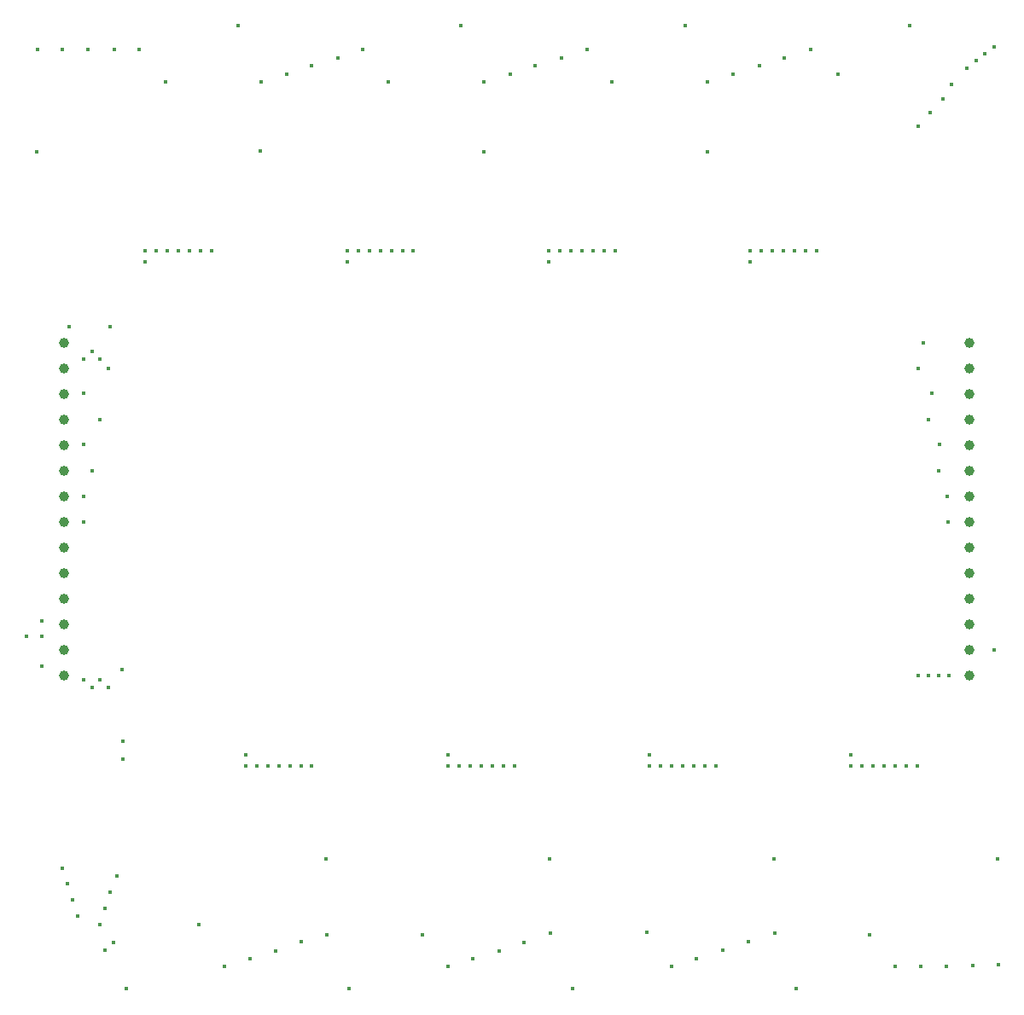
<source format=gbr>
%TF.GenerationSoftware,KiCad,Pcbnew,(6.0.5)*%
%TF.CreationDate,2022-10-16T21:39:44+03:00*%
%TF.ProjectId,LED_MATRIX,4c45445f-4d41-4545-9249-582e6b696361,rev?*%
%TF.SameCoordinates,Original*%
%TF.FileFunction,Plated,1,2,PTH,Drill*%
%TF.FilePolarity,Positive*%
%FSLAX46Y46*%
G04 Gerber Fmt 4.6, Leading zero omitted, Abs format (unit mm)*
G04 Created by KiCad (PCBNEW (6.0.5)) date 2022-10-16 21:39:44*
%MOMM*%
%LPD*%
G01*
G04 APERTURE LIST*
%TA.AperFunction,ViaDrill*%
%ADD10C,0.400000*%
%TD*%
%TA.AperFunction,ComponentDrill*%
%ADD11C,1.000000*%
%TD*%
G04 APERTURE END LIST*
D10*
X57760000Y-100170000D03*
X58760000Y-52070000D03*
X58860000Y-41970000D03*
X59260000Y-98670000D03*
X59260000Y-100170000D03*
X59260000Y-103170000D03*
X61360000Y-41970000D03*
X61360000Y-123170000D03*
X61860000Y-124770000D03*
X61960000Y-69470000D03*
X62360000Y-126370000D03*
X62860000Y-127970000D03*
X63460000Y-72670000D03*
X63460000Y-76070000D03*
X63460000Y-81170000D03*
X63460000Y-86270000D03*
X63460000Y-88870000D03*
X63460000Y-104470000D03*
X63860000Y-41970000D03*
X64260000Y-71870000D03*
X64260000Y-83770000D03*
X64260000Y-105270000D03*
X65030000Y-128790000D03*
X65060000Y-72670000D03*
X65060000Y-78670000D03*
X65060000Y-104470000D03*
X65520000Y-127170000D03*
X65560000Y-131370000D03*
X65860000Y-73570000D03*
X65860000Y-105270000D03*
X66060000Y-69470000D03*
X66070000Y-125610000D03*
X66360000Y-130540000D03*
X66460000Y-41970000D03*
X66700000Y-123960000D03*
X67260000Y-103470000D03*
X67360000Y-110570000D03*
X67360000Y-112370000D03*
X67660000Y-135170000D03*
X68960000Y-41970000D03*
X69560000Y-61870000D03*
X69560000Y-62970000D03*
X70660000Y-61870000D03*
X71560000Y-45170000D03*
X71760000Y-61870000D03*
X72860000Y-61870000D03*
X73960000Y-61870000D03*
X74830000Y-128810000D03*
X75060000Y-61870000D03*
X76160000Y-61870000D03*
X77400000Y-132970000D03*
X78760000Y-39570000D03*
X79560000Y-111970000D03*
X79560000Y-113070000D03*
X79960000Y-132170000D03*
X80660000Y-113070000D03*
X80960000Y-51970000D03*
X81060000Y-45170000D03*
X81760000Y-113070000D03*
X82510000Y-131380000D03*
X82860000Y-113070000D03*
X83560000Y-44370000D03*
X83960000Y-113070000D03*
X85060000Y-113070000D03*
X85060000Y-130530000D03*
X86060000Y-43570000D03*
X86060000Y-113070000D03*
X87460000Y-122310000D03*
X87550000Y-129790000D03*
X88660000Y-42770000D03*
X89560000Y-61870000D03*
X89560000Y-62970000D03*
X89760000Y-135170000D03*
X90660000Y-61870000D03*
X91160000Y-41970000D03*
X91760000Y-61870000D03*
X92860000Y-61870000D03*
X93660000Y-45170000D03*
X93960000Y-61870000D03*
X95060000Y-61870000D03*
X96160000Y-61870000D03*
X97090000Y-129810000D03*
X99560000Y-111970000D03*
X99560000Y-113070000D03*
X99570000Y-132960000D03*
X100660000Y-113070000D03*
X100860000Y-39570000D03*
X101760000Y-113070000D03*
X102010000Y-132180000D03*
X102860000Y-113070000D03*
X103160000Y-45170000D03*
X103160000Y-52070000D03*
X103960000Y-113070000D03*
X104640000Y-131400000D03*
X105060000Y-113070000D03*
X105760000Y-44370000D03*
X106160000Y-113070000D03*
X107160000Y-130540000D03*
X108260000Y-43570000D03*
X109560000Y-61870000D03*
X109560000Y-62970000D03*
X109660000Y-122310000D03*
X109770000Y-129630000D03*
X110660000Y-61870000D03*
X110860000Y-42770000D03*
X111760000Y-61870000D03*
X111960000Y-135170000D03*
X112860000Y-61870000D03*
X113360000Y-41970000D03*
X113960000Y-61870000D03*
X115060000Y-61870000D03*
X115860000Y-45170000D03*
X116160000Y-61870000D03*
X119280000Y-129520000D03*
X119560000Y-111970000D03*
X119560000Y-113070000D03*
X120660000Y-113070000D03*
X121760000Y-113070000D03*
X121810000Y-132970000D03*
X122860000Y-113070000D03*
X123160000Y-39570000D03*
X123960000Y-113070000D03*
X124230000Y-132170000D03*
X125060000Y-113070000D03*
X125360000Y-45170000D03*
X125360000Y-52070000D03*
X126160000Y-113070000D03*
X126880000Y-131360000D03*
X127860000Y-44370000D03*
X129420000Y-130530000D03*
X129560000Y-61870000D03*
X129560000Y-62970000D03*
X130460000Y-43570000D03*
X130660000Y-61870000D03*
X131760000Y-61870000D03*
X131910000Y-122310000D03*
X131980000Y-129640000D03*
X132860000Y-61870000D03*
X132960000Y-42770000D03*
X133960000Y-61870000D03*
X134160000Y-135170000D03*
X135060000Y-61870000D03*
X135560000Y-41970000D03*
X136160000Y-61870000D03*
X138240000Y-44410000D03*
X139560000Y-111970000D03*
X139560000Y-113070000D03*
X140660000Y-113070000D03*
X141450000Y-129810000D03*
X141760000Y-113070000D03*
X142860000Y-113070000D03*
X143960000Y-113070000D03*
X143980000Y-132980000D03*
X145060000Y-113070000D03*
X145360000Y-39570000D03*
X146160000Y-113070000D03*
X146260000Y-49570000D03*
X146260000Y-73570000D03*
X146260000Y-104070000D03*
X146530000Y-132920000D03*
X146760000Y-71070000D03*
X147260000Y-78650000D03*
X147260000Y-104070000D03*
X147460000Y-48170000D03*
X147560000Y-76070000D03*
X148260000Y-83770000D03*
X148260000Y-104070000D03*
X148360000Y-81170000D03*
X148660000Y-46870000D03*
X149070000Y-132920000D03*
X149160000Y-86270000D03*
X149230000Y-88830000D03*
X149260000Y-104070000D03*
X149560000Y-45370000D03*
X151060000Y-43770000D03*
X151620000Y-132840000D03*
X151960000Y-43070000D03*
X152860000Y-42370000D03*
X153750000Y-101530000D03*
X153760000Y-41670000D03*
X154150000Y-122310000D03*
X154160000Y-132770000D03*
D11*
%TO.C,REF\u002A\u002A*%
X61460000Y-71066275D03*
X61460000Y-73606275D03*
X61460000Y-76146275D03*
X61460000Y-78686275D03*
X61460000Y-81226275D03*
X61460000Y-83766275D03*
X61460000Y-86306275D03*
X61460000Y-88846275D03*
X61460000Y-91386275D03*
X61460000Y-93926275D03*
X61460000Y-96466275D03*
X61460000Y-99006275D03*
X61460000Y-101546275D03*
X61460000Y-104086275D03*
X151360000Y-71050000D03*
X151360000Y-73590000D03*
X151360000Y-76130000D03*
X151360000Y-78670000D03*
X151360000Y-81210000D03*
X151360000Y-83750000D03*
X151360000Y-86290000D03*
X151360000Y-88830000D03*
X151360000Y-91370000D03*
X151360000Y-93910000D03*
X151360000Y-96450000D03*
X151360000Y-98990000D03*
X151360000Y-101530000D03*
X151360000Y-104070000D03*
M02*

</source>
